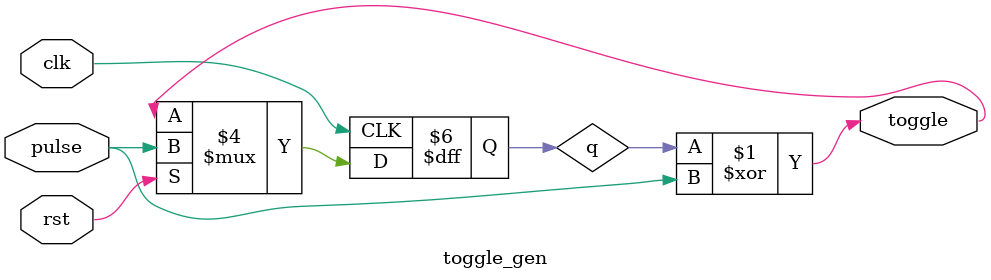
<source format=v>
/***************************************************************************************************
 * Module: toggle_gen
 *
 * Description: Generates a toggle that changes on a pulse signal.
 *
 * Test bench: tester_toggle_gen.v
 *
 * Time-stamp: Wed 16 Jun 2010 23:05:12 EDT
 *
 * Author: Berin Martini // berin.martini@gmail.com
 * http://www.sunburst-design.com/papers/CummingsSNUG2008Boston_CDC.pdf (p. 50)
 **************************************************************************************************/
`ifndef _toggle_gen_ `define _toggle_gen_

module toggle_gen
  #(parameter
    RST_TO_INPUT = 1)
   (input   clk,
    input   rst,
    input   pulse,
    output  toggle);

    reg q;

    assign toggle = q ^ pulse;


    generate
        if (RST_TO_INPUT) begin : RST_TO_INPUT_

            always @(posedge clk)
                if (rst)    q <= pulse;
                else        q <= toggle;

        end
        else begin : RST_TO_ZERO_

            always @(posedge clk)
                if (rst)    q <= 0;
                else        q <= toggle;

        end
    endgenerate

endmodule

`endif //  `ifndef _toggle_gen_

</source>
